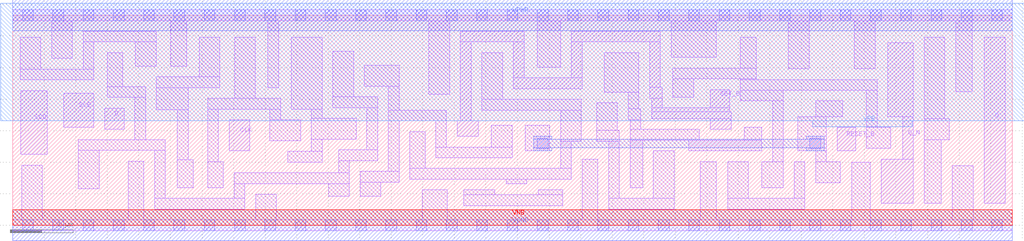
<source format=lef>
# Copyright 2020 The SkyWater PDK Authors
#
# Licensed under the Apache License, Version 2.0 (the "License");
# you may not use this file except in compliance with the License.
# You may obtain a copy of the License at
#
#     https://www.apache.org/licenses/LICENSE-2.0
#
# Unless required by applicable law or agreed to in writing, software
# distributed under the License is distributed on an "AS IS" BASIS,
# WITHOUT WARRANTIES OR CONDITIONS OF ANY KIND, either express or implied.
# See the License for the specific language governing permissions and
# limitations under the License.
#
# SPDX-License-Identifier: Apache-2.0

VERSION 5.7 ;
  NOWIREEXTENSIONATPIN ON ;
  DIVIDERCHAR "/" ;
  BUSBITCHARS "[]" ;
MACRO sky130_fd_sc_ms__sdfbbp_1
  CLASS CORE ;
  FOREIGN sky130_fd_sc_ms__sdfbbp_1 ;
  ORIGIN  0.000000  0.000000 ;
  SIZE  15.84000 BY  3.330000 ;
  SYMMETRY X Y ;
  SITE unit ;
  PIN D
    ANTENNAGATEAREA  0.178200 ;
    DIRECTION INPUT ;
    USE SIGNAL ;
    PORT
      LAYER li1 ;
        RECT 1.455000 1.525000 1.765000 1.855000 ;
    END
  END D
  PIN Q
    ANTENNADIFFAREA  0.513300 ;
    DIRECTION OUTPUT ;
    USE SIGNAL ;
    PORT
      LAYER li1 ;
        RECT 15.395000 0.350000 15.735000 2.980000 ;
    END
  END Q
  PIN Q_N
    ANTENNADIFFAREA  0.502100 ;
    DIRECTION OUTPUT ;
    USE SIGNAL ;
    PORT
      LAYER li1 ;
        RECT 13.770000 0.350000 14.275000 1.050000 ;
        RECT 13.870000 1.720000 14.275000 2.890000 ;
        RECT 14.105000 1.050000 14.275000 1.720000 ;
    END
  END Q_N
  PIN RESET_B
    ANTENNAGATEAREA  0.178200 ;
    DIRECTION INPUT ;
    USE SIGNAL ;
    PORT
      LAYER li1 ;
        RECT 13.065000 1.180000 13.360000 1.550000 ;
    END
  END RESET_B
  PIN SCD
    ANTENNAGATEAREA  0.178200 ;
    DIRECTION INPUT ;
    USE SIGNAL ;
    PORT
      LAYER li1 ;
        RECT 0.125000 1.125000 0.550000 2.135000 ;
    END
  END SCD
  PIN SCE
    ANTENNAGATEAREA  0.356400 ;
    DIRECTION INPUT ;
    USE SIGNAL ;
    PORT
      LAYER li1 ;
        RECT 0.805000 1.550000 1.285000 2.095000 ;
    END
  END SCE
  PIN SET_B
    ANTENNAGATEAREA  0.524700 ;
    DIRECTION INPUT ;
    USE SIGNAL ;
    PORT
      LAYER li1 ;
        RECT  7.045000 1.410000  7.375000 1.655000 ;
        RECT  7.095000 1.655000  7.265000 2.905000 ;
        RECT  7.095000 2.905000  8.105000 3.075000 ;
        RECT  7.935000 2.165000  9.025000 2.335000 ;
        RECT  7.935000 2.335000  8.105000 2.905000 ;
        RECT  8.855000 2.335000  9.025000 2.905000 ;
        RECT  8.855000 2.905000 10.265000 3.075000 ;
        RECT 10.095000 2.015000 10.295000 2.185000 ;
        RECT 10.095000 2.185000 10.265000 2.905000 ;
        RECT 10.125000 1.690000 11.385000 1.800000 ;
        RECT 10.125000 1.800000 11.365000 1.860000 ;
        RECT 10.125000 1.860000 10.295000 2.015000 ;
        RECT 11.055000 1.520000 11.385000 1.690000 ;
        RECT 11.055000 1.860000 11.365000 2.150000 ;
    END
  END SET_B
  PIN CLK
    ANTENNAGATEAREA  0.312600 ;
    DIRECTION INPUT ;
    USE CLOCK ;
    PORT
      LAYER li1 ;
        RECT 3.430000 1.180000 3.760000 1.670000 ;
    END
  END CLK
  PIN VGND
    DIRECTION INOUT ;
    USE GROUND ;
    PORT
      LAYER met1 ;
        RECT 0.000000 -0.245000 15.840000 0.245000 ;
    END
  END VGND
  PIN VNB
    DIRECTION INOUT ;
    USE GROUND ;
    PORT
      LAYER pwell ;
        RECT 0.000000 0.000000 15.840000 0.245000 ;
    END
  END VNB
  PIN VPB
    DIRECTION INOUT ;
    USE POWER ;
    PORT
      LAYER nwell ;
        RECT -0.190000 1.660000 16.030000 3.520000 ;
        RECT 12.680000 1.560000 14.260000 1.660000 ;
    END
  END VPB
  PIN VPWR
    DIRECTION INOUT ;
    USE POWER ;
    PORT
      LAYER met1 ;
        RECT 0.000000 3.085000 15.840000 3.575000 ;
    END
  END VPWR
  OBS
    LAYER li1 ;
      RECT  0.000000 -0.085000 15.840000 0.085000 ;
      RECT  0.000000  3.245000 15.840000 3.415000 ;
      RECT  0.115000  2.305000  1.285000 2.475000 ;
      RECT  0.115000  2.475000  0.445000 2.980000 ;
      RECT  0.140000  0.085000  0.470000 0.955000 ;
      RECT  0.615000  2.645000  0.945000 3.245000 ;
      RECT  1.040000  0.575000  1.370000 1.185000 ;
      RECT  1.040000  1.185000  2.420000 1.355000 ;
      RECT  1.115000  2.475000  1.285000 2.905000 ;
      RECT  1.115000  2.905000  2.275000 3.075000 ;
      RECT  1.495000  2.025000  2.105000 2.195000 ;
      RECT  1.495000  2.195000  1.745000 2.735000 ;
      RECT  1.830000  0.085000  2.080000 1.015000 ;
      RECT  1.935000  1.355000  2.105000 2.025000 ;
      RECT  1.945000  2.520000  2.275000 2.905000 ;
      RECT  2.250000  0.255000  3.680000 0.425000 ;
      RECT  2.250000  0.425000  2.420000 1.185000 ;
      RECT  2.275000  1.830000  2.780000 2.180000 ;
      RECT  2.275000  2.180000  3.285000 2.350000 ;
      RECT  2.505000  2.520000  2.755000 3.245000 ;
      RECT  2.610000  0.595000  2.860000 1.035000 ;
      RECT  2.610000  1.035000  2.780000 1.830000 ;
      RECT  2.955000  2.350000  3.285000 2.980000 ;
      RECT  3.090000  0.595000  3.340000 1.010000 ;
      RECT  3.090000  1.010000  3.260000 1.840000 ;
      RECT  3.090000  1.840000  4.245000 2.010000 ;
      RECT  3.510000  0.425000  3.680000 0.660000 ;
      RECT  3.510000  0.660000  5.335000 0.830000 ;
      RECT  3.515000  2.010000  3.845000 2.980000 ;
      RECT  3.850000  0.085000  4.180000 0.490000 ;
      RECT  4.045000  2.180000  4.215000 3.245000 ;
      RECT  4.075000  1.340000  4.565000 1.670000 ;
      RECT  4.075000  1.670000  4.245000 1.840000 ;
      RECT  4.360000  1.000000  4.905000 1.170000 ;
      RECT  4.415000  1.840000  4.905000 2.980000 ;
      RECT  4.735000  1.170000  4.905000 1.365000 ;
      RECT  4.735000  1.365000  5.445000 1.695000 ;
      RECT  4.735000  1.695000  4.905000 1.840000 ;
      RECT  5.005000  0.460000  5.335000 0.660000 ;
      RECT  5.075000  1.865000  5.785000 2.035000 ;
      RECT  5.075000  2.035000  5.405000 2.755000 ;
      RECT  5.165000  0.830000  5.335000 1.025000 ;
      RECT  5.165000  1.025000  5.785000 1.195000 ;
      RECT  5.505000  0.460000  5.835000 0.685000 ;
      RECT  5.505000  0.685000  6.125000 0.855000 ;
      RECT  5.575000  2.205000  6.125000 2.535000 ;
      RECT  5.615000  1.195000  5.785000 1.865000 ;
      RECT  5.955000  0.855000  6.125000 1.655000 ;
      RECT  5.955000  1.655000  6.875000 1.825000 ;
      RECT  5.955000  1.825000  6.125000 2.205000 ;
      RECT  6.295000  0.730000  8.855000 0.900000 ;
      RECT  6.295000  0.900000  6.535000 1.485000 ;
      RECT  6.490000  0.085000  6.885000 0.560000 ;
      RECT  6.595000  2.075000  6.925000 3.245000 ;
      RECT  6.705000  1.070000  7.915000 1.240000 ;
      RECT  6.705000  1.240000  6.875000 1.655000 ;
      RECT  7.145000  0.310000  8.715000 0.480000 ;
      RECT  7.145000  0.480000  7.640000 0.560000 ;
      RECT  7.435000  1.825000  9.015000 1.995000 ;
      RECT  7.435000  1.995000  7.765000 2.735000 ;
      RECT  7.585000  1.240000  7.915000 1.585000 ;
      RECT  7.820000  0.655000  8.150000 0.730000 ;
      RECT  8.125000  1.180000  8.515000 1.585000 ;
      RECT  8.315000  2.505000  8.685000 3.245000 ;
      RECT  8.330000  0.480000  8.715000 0.560000 ;
      RECT  8.685000  0.900000  8.855000 1.335000 ;
      RECT  8.685000  1.335000  9.015000 1.825000 ;
      RECT  9.025000  0.085000  9.275000 1.050000 ;
      RECT  9.255000  1.335000  9.615000 1.505000 ;
      RECT  9.255000  1.505000  9.585000 1.940000 ;
      RECT  9.375000  2.110000  9.925000 2.735000 ;
      RECT  9.445000  0.255000 10.485000 0.425000 ;
      RECT  9.445000  0.425000  9.615000 1.335000 ;
      RECT  9.755000  1.675000  9.955000 1.845000 ;
      RECT  9.755000  1.845000  9.925000 2.110000 ;
      RECT  9.785000  0.595000  9.985000 1.350000 ;
      RECT  9.785000  1.350000 10.885000 1.520000 ;
      RECT  9.785000  1.520000  9.955000 1.675000 ;
      RECT 10.155000  0.425000 10.485000 1.180000 ;
      RECT 10.435000  2.660000 11.150000 3.245000 ;
      RECT 10.465000  2.030000 10.795000 2.320000 ;
      RECT 10.465000  2.320000 11.785000 2.490000 ;
      RECT 10.715000  1.180000 11.875000 1.350000 ;
      RECT 10.900000  0.085000 11.150000 1.010000 ;
      RECT 11.330000  0.255000 12.555000 0.425000 ;
      RECT 11.330000  0.425000 11.660000 1.010000 ;
      RECT 11.535000  1.970000 12.215000 2.140000 ;
      RECT 11.535000  2.140000 13.700000 2.310000 ;
      RECT 11.535000  2.310000 11.785000 2.320000 ;
      RECT 11.535000  2.490000 11.785000 2.980000 ;
      RECT 11.595000  1.350000 11.875000 1.550000 ;
      RECT 11.870000  0.595000 12.215000 1.010000 ;
      RECT 12.045000  1.010000 12.215000 1.970000 ;
      RECT 12.295000  2.480000 12.625000 3.245000 ;
      RECT 12.385000  0.425000 12.555000 1.010000 ;
      RECT 12.445000  1.180000 12.895000 1.720000 ;
      RECT 12.725000  0.670000 13.115000 1.010000 ;
      RECT 12.725000  1.010000 12.895000 1.180000 ;
      RECT 12.725000  1.720000 13.155000 1.970000 ;
      RECT 13.295000  0.085000 13.590000 1.000000 ;
      RECT 13.340000  2.480000 13.670000 3.245000 ;
      RECT 13.530000  1.220000 13.915000 1.550000 ;
      RECT 13.530000  1.550000 13.700000 2.140000 ;
      RECT 14.445000  0.350000 14.715000 1.355000 ;
      RECT 14.445000  1.355000 14.845000 1.685000 ;
      RECT 14.445000  1.685000 14.775000 2.980000 ;
      RECT 14.895000  0.085000 15.225000 0.940000 ;
      RECT 14.945000  2.115000 15.205000 3.245000 ;
    LAYER mcon ;
      RECT  0.155000 -0.085000  0.325000 0.085000 ;
      RECT  0.155000  3.245000  0.325000 3.415000 ;
      RECT  0.635000 -0.085000  0.805000 0.085000 ;
      RECT  0.635000  3.245000  0.805000 3.415000 ;
      RECT  1.115000 -0.085000  1.285000 0.085000 ;
      RECT  1.115000  3.245000  1.285000 3.415000 ;
      RECT  1.595000 -0.085000  1.765000 0.085000 ;
      RECT  1.595000  3.245000  1.765000 3.415000 ;
      RECT  2.075000 -0.085000  2.245000 0.085000 ;
      RECT  2.075000  3.245000  2.245000 3.415000 ;
      RECT  2.555000 -0.085000  2.725000 0.085000 ;
      RECT  2.555000  3.245000  2.725000 3.415000 ;
      RECT  3.035000 -0.085000  3.205000 0.085000 ;
      RECT  3.035000  3.245000  3.205000 3.415000 ;
      RECT  3.515000 -0.085000  3.685000 0.085000 ;
      RECT  3.515000  3.245000  3.685000 3.415000 ;
      RECT  3.995000 -0.085000  4.165000 0.085000 ;
      RECT  3.995000  3.245000  4.165000 3.415000 ;
      RECT  4.475000 -0.085000  4.645000 0.085000 ;
      RECT  4.475000  3.245000  4.645000 3.415000 ;
      RECT  4.955000 -0.085000  5.125000 0.085000 ;
      RECT  4.955000  3.245000  5.125000 3.415000 ;
      RECT  5.435000 -0.085000  5.605000 0.085000 ;
      RECT  5.435000  3.245000  5.605000 3.415000 ;
      RECT  5.915000 -0.085000  6.085000 0.085000 ;
      RECT  5.915000  3.245000  6.085000 3.415000 ;
      RECT  6.395000 -0.085000  6.565000 0.085000 ;
      RECT  6.395000  3.245000  6.565000 3.415000 ;
      RECT  6.875000 -0.085000  7.045000 0.085000 ;
      RECT  6.875000  3.245000  7.045000 3.415000 ;
      RECT  7.355000 -0.085000  7.525000 0.085000 ;
      RECT  7.355000  3.245000  7.525000 3.415000 ;
      RECT  7.835000 -0.085000  8.005000 0.085000 ;
      RECT  7.835000  3.245000  8.005000 3.415000 ;
      RECT  8.315000 -0.085000  8.485000 0.085000 ;
      RECT  8.315000  1.210000  8.485000 1.380000 ;
      RECT  8.315000  3.245000  8.485000 3.415000 ;
      RECT  8.795000 -0.085000  8.965000 0.085000 ;
      RECT  8.795000  3.245000  8.965000 3.415000 ;
      RECT  9.275000 -0.085000  9.445000 0.085000 ;
      RECT  9.275000  3.245000  9.445000 3.415000 ;
      RECT  9.755000 -0.085000  9.925000 0.085000 ;
      RECT  9.755000  3.245000  9.925000 3.415000 ;
      RECT 10.235000 -0.085000 10.405000 0.085000 ;
      RECT 10.235000  3.245000 10.405000 3.415000 ;
      RECT 10.715000 -0.085000 10.885000 0.085000 ;
      RECT 10.715000  3.245000 10.885000 3.415000 ;
      RECT 11.195000 -0.085000 11.365000 0.085000 ;
      RECT 11.195000  3.245000 11.365000 3.415000 ;
      RECT 11.675000 -0.085000 11.845000 0.085000 ;
      RECT 11.675000  3.245000 11.845000 3.415000 ;
      RECT 12.155000 -0.085000 12.325000 0.085000 ;
      RECT 12.155000  3.245000 12.325000 3.415000 ;
      RECT 12.635000 -0.085000 12.805000 0.085000 ;
      RECT 12.635000  1.210000 12.805000 1.380000 ;
      RECT 12.635000  3.245000 12.805000 3.415000 ;
      RECT 13.115000 -0.085000 13.285000 0.085000 ;
      RECT 13.115000  3.245000 13.285000 3.415000 ;
      RECT 13.595000 -0.085000 13.765000 0.085000 ;
      RECT 13.595000  3.245000 13.765000 3.415000 ;
      RECT 14.075000 -0.085000 14.245000 0.085000 ;
      RECT 14.075000  3.245000 14.245000 3.415000 ;
      RECT 14.555000 -0.085000 14.725000 0.085000 ;
      RECT 14.555000  3.245000 14.725000 3.415000 ;
      RECT 15.035000 -0.085000 15.205000 0.085000 ;
      RECT 15.035000  3.245000 15.205000 3.415000 ;
      RECT 15.515000 -0.085000 15.685000 0.085000 ;
      RECT 15.515000  3.245000 15.685000 3.415000 ;
    LAYER met1 ;
      RECT  8.255000 1.180000  8.545000 1.225000 ;
      RECT  8.255000 1.225000 12.865000 1.365000 ;
      RECT  8.255000 1.365000  8.545000 1.410000 ;
      RECT 12.575000 1.180000 12.865000 1.225000 ;
      RECT 12.575000 1.365000 12.865000 1.410000 ;
  END
END sky130_fd_sc_ms__sdfbbp_1
END LIBRARY

</source>
